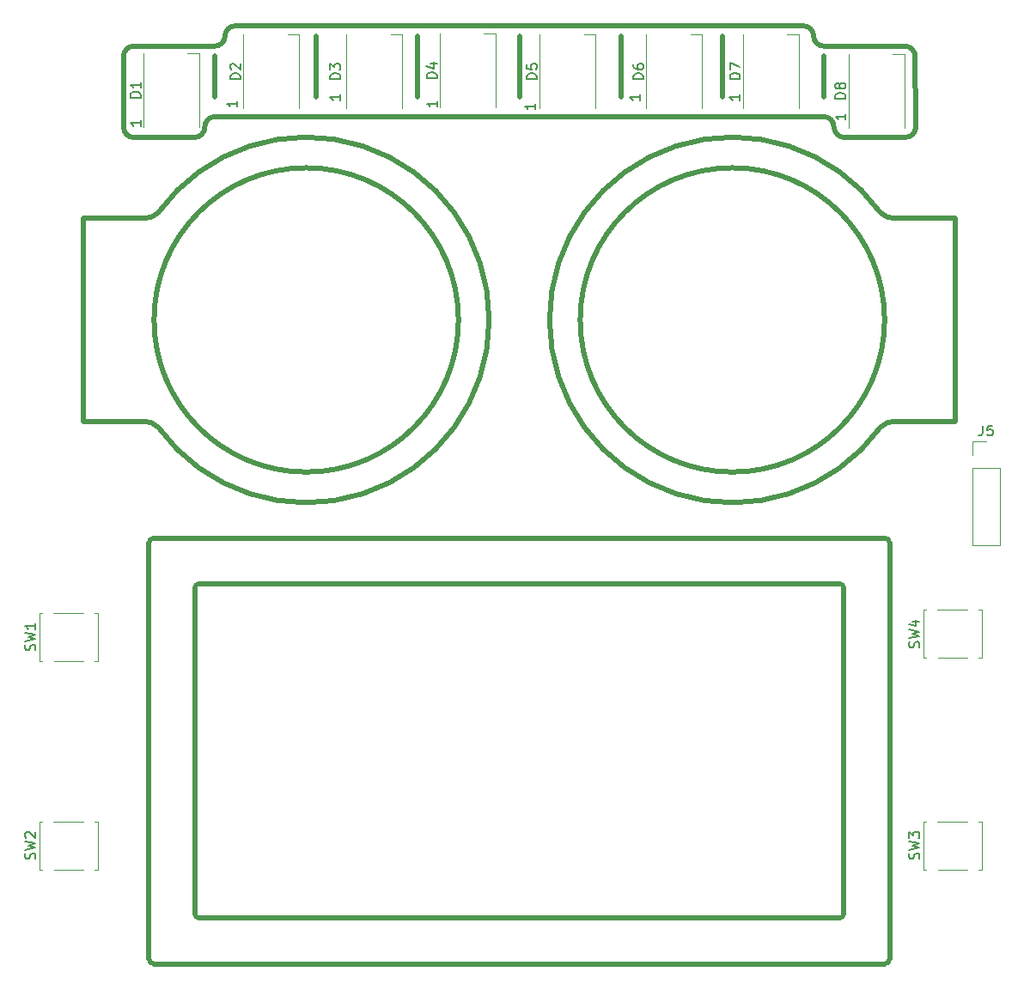
<source format=gbr>
%TF.GenerationSoftware,KiCad,Pcbnew,(5.1.5)-3*%
%TF.CreationDate,2020-05-13T22:14:54+03:00*%
%TF.ProjectId,dash-board,64617368-2d62-46f6-9172-642e6b696361,rev?*%
%TF.SameCoordinates,Original*%
%TF.FileFunction,Legend,Top*%
%TF.FilePolarity,Positive*%
%FSLAX46Y46*%
G04 Gerber Fmt 4.6, Leading zero omitted, Abs format (unit mm)*
G04 Created by KiCad (PCBNEW (5.1.5)-3) date 2020-05-13 22:14:54*
%MOMM*%
%LPD*%
G04 APERTURE LIST*
%ADD10C,0.500000*%
%ADD11C,0.120000*%
%ADD12C,0.150000*%
%ADD13O,1.802000X1.802000*%
%ADD14R,1.802000X1.802000*%
%ADD15R,1.102000X1.602000*%
%ADD16O,2.352000X4.602000*%
%ADD17O,4.102000X2.102000*%
%ADD18O,2.102000X4.102000*%
%ADD19R,1.102000X3.302000*%
G04 APERTURE END LIST*
D10*
X94000000Y-81000000D02*
G75*
G03X94000000Y-81000000I-15000000J0D01*
G01*
X64406585Y-70424736D02*
G75*
G02X64414215Y-91585785I14593415J-10575264D01*
G01*
X132019040Y-63007240D02*
X138115040Y-63007240D01*
X139065000Y-61023500D02*
X139065000Y-62166500D01*
X132030000Y-63000000D02*
G75*
G02X131030000Y-62000000I0J1000000D01*
G01*
X130000000Y-55000000D02*
X130000000Y-59000000D01*
X120000000Y-59000000D02*
X120000000Y-53000000D01*
X110000000Y-59000000D02*
X110000000Y-53000000D01*
X100000000Y-59000000D02*
X100000000Y-53000000D01*
X90000000Y-59000000D02*
X90000000Y-53000000D01*
X80000000Y-59000000D02*
X80000000Y-53000000D01*
X70000000Y-55000000D02*
X70000000Y-59000000D01*
X70000000Y-60960000D02*
X130000000Y-60960000D01*
X69000000Y-61960000D02*
G75*
G02X70000000Y-60960000I1000000J0D01*
G01*
X67998860Y-63004700D02*
X61998860Y-63004700D01*
X69000000Y-62000000D02*
G75*
G02X68000000Y-63000000I-1000000J0D01*
G01*
X62000000Y-63000000D02*
G75*
G02X61000000Y-62000000I0J1000000D01*
G01*
X70000000Y-54000000D02*
X62000000Y-54000000D01*
X61000000Y-55000000D02*
G75*
G02X62000000Y-54000000I1000000J0D01*
G01*
X61000000Y-62000000D02*
X61000000Y-55000000D01*
X71000000Y-53000000D02*
G75*
G02X70000000Y-54000000I-1000000J0D01*
G01*
X71000000Y-53000000D02*
G75*
G02X72000000Y-52000000I1000000J0D01*
G01*
X128000000Y-52000000D02*
X72000000Y-52000000D01*
X130000000Y-54000000D02*
X138000000Y-54000000D01*
X138000000Y-54000000D02*
G75*
G02X139000000Y-55000000I0J-1000000D01*
G01*
X130000000Y-54000000D02*
G75*
G02X129000000Y-53000000I0J1000000D01*
G01*
X128000000Y-52000000D02*
G75*
G02X129000000Y-53000000I0J-1000000D01*
G01*
X130000000Y-60960000D02*
G75*
G02X131000000Y-61960000I0J-1000000D01*
G01*
X139065000Y-61992000D02*
G75*
G02X138065000Y-62992000I-1000000J0D01*
G01*
X139065000Y-61595000D02*
X139000000Y-54746000D01*
X68000000Y-107500000D02*
G75*
G02X68500000Y-107000000I500000J0D01*
G01*
X68500000Y-140000000D02*
G75*
G02X68000000Y-139500000I0J500000D01*
G01*
X132000000Y-139500000D02*
G75*
G02X131500000Y-140000000I-500000J0D01*
G01*
X131500000Y-107000000D02*
G75*
G02X132000000Y-107500000I0J-500000D01*
G01*
X132000000Y-139500000D02*
X132000000Y-107500000D01*
X131500000Y-140000000D02*
X68500000Y-140000000D01*
X68000000Y-107500000D02*
X68000000Y-139500000D01*
X68500000Y-107000000D02*
X131500000Y-107000000D01*
X136000000Y-81000000D02*
G75*
G03X136000000Y-81000000I-15000000J0D01*
G01*
X143000000Y-91000000D02*
X137000000Y-91000000D01*
X143000000Y-71000000D02*
X137000000Y-71000000D01*
X135593415Y-91575264D02*
G75*
G02X135585785Y-70414215I-14593415J10575264D01*
G01*
X135585786Y-70414214D02*
G75*
G03X137000000Y-71000000I1414214J1414214D01*
G01*
X143000000Y-71000000D02*
X143000000Y-91000000D01*
X135585786Y-91585786D02*
G75*
G02X137000000Y-91000000I1414214J-1414214D01*
G01*
X64414214Y-70414214D02*
G75*
G02X63000000Y-71000000I-1414214J1414214D01*
G01*
X64414214Y-91585786D02*
G75*
G03X63000000Y-91000000I-1414214J-1414214D01*
G01*
X57000000Y-71000000D02*
X63000000Y-71000000D01*
X57000000Y-91000000D02*
X57000000Y-71000000D01*
X57000000Y-91000000D02*
X63000000Y-91000000D01*
X64000000Y-144500000D02*
G75*
G02X63500000Y-144000000I0J500000D01*
G01*
X136000000Y-102500000D02*
G75*
G02X136500000Y-103000000I0J-500000D01*
G01*
X136000000Y-144500000D02*
X64000000Y-144500000D01*
X136500000Y-144000000D02*
X136500000Y-103000000D01*
X136500000Y-144000000D02*
G75*
G02X136000000Y-144500000I-500000J0D01*
G01*
X63500000Y-103000000D02*
G75*
G02X64000000Y-102500000I500000J0D01*
G01*
X64000000Y-102500000D02*
X136000000Y-102500000D01*
X63500000Y-103000000D02*
X63500000Y-144000000D01*
D11*
X144670000Y-92970000D02*
X146000000Y-92970000D01*
X144670000Y-94300000D02*
X144670000Y-92970000D01*
X144670000Y-95570000D02*
X147330000Y-95570000D01*
X147330000Y-95570000D02*
X147330000Y-103250000D01*
X144670000Y-95570000D02*
X144670000Y-103250000D01*
X144670000Y-103250000D02*
X147330000Y-103250000D01*
X107525000Y-52865000D02*
X106375000Y-52865000D01*
X107525000Y-60165000D02*
X107525000Y-52865000D01*
X102025000Y-60165000D02*
X102025000Y-52865000D01*
X144246000Y-114340000D02*
X141296000Y-114340000D01*
X145586000Y-109600000D02*
X145186000Y-109600000D01*
X145586000Y-114340000D02*
X145586000Y-109600000D01*
X145586000Y-114340000D02*
X145186000Y-114340000D01*
X144246000Y-109600000D02*
X141186000Y-109610000D01*
X139846000Y-114340000D02*
X139846000Y-109600000D01*
X139846000Y-109600000D02*
X140246000Y-109600000D01*
X139846000Y-114340000D02*
X140246000Y-114340000D01*
X144246000Y-135190000D02*
X141296000Y-135190000D01*
X145586000Y-130450000D02*
X145186000Y-130450000D01*
X145586000Y-135190000D02*
X145586000Y-130450000D01*
X145586000Y-135190000D02*
X145186000Y-135190000D01*
X144246000Y-130450000D02*
X141186000Y-130460000D01*
X139846000Y-135190000D02*
X139846000Y-130450000D01*
X139846000Y-130450000D02*
X140246000Y-130450000D01*
X139846000Y-135190000D02*
X140246000Y-135190000D01*
X57124000Y-135190000D02*
X54174000Y-135190000D01*
X58464000Y-130450000D02*
X58064000Y-130450000D01*
X58464000Y-135190000D02*
X58464000Y-130450000D01*
X58464000Y-135190000D02*
X58064000Y-135190000D01*
X57124000Y-130450000D02*
X54064000Y-130460000D01*
X52724000Y-135190000D02*
X52724000Y-130450000D01*
X52724000Y-130450000D02*
X53124000Y-130450000D01*
X52724000Y-135190000D02*
X53124000Y-135190000D01*
X57124000Y-114616000D02*
X54174000Y-114616000D01*
X58464000Y-109876000D02*
X58064000Y-109876000D01*
X58464000Y-114616000D02*
X58464000Y-109876000D01*
X58464000Y-114616000D02*
X58064000Y-114616000D01*
X57124000Y-109876000D02*
X54064000Y-109886000D01*
X52724000Y-114616000D02*
X52724000Y-109876000D01*
X52724000Y-109876000D02*
X53124000Y-109876000D01*
X52724000Y-114616000D02*
X53124000Y-114616000D01*
X68460000Y-54680000D02*
X67310000Y-54680000D01*
X68460000Y-61980000D02*
X68460000Y-54680000D01*
X62960000Y-61980000D02*
X62960000Y-54680000D01*
X78315000Y-52865000D02*
X77165000Y-52865000D01*
X78315000Y-60165000D02*
X78315000Y-52865000D01*
X72815000Y-60165000D02*
X72815000Y-52865000D01*
X88475000Y-52865000D02*
X87325000Y-52865000D01*
X88475000Y-60165000D02*
X88475000Y-52865000D01*
X82975000Y-60165000D02*
X82975000Y-52865000D01*
X97670000Y-52775000D02*
X96520000Y-52775000D01*
X97670000Y-60075000D02*
X97670000Y-52775000D01*
X92170000Y-60075000D02*
X92170000Y-52775000D01*
X118015000Y-52865000D02*
X116865000Y-52865000D01*
X118015000Y-60165000D02*
X118015000Y-52865000D01*
X112515000Y-60165000D02*
X112515000Y-52865000D01*
X127554000Y-52852500D02*
X126404000Y-52852500D01*
X127554000Y-60152500D02*
X127554000Y-52852500D01*
X122054000Y-60152500D02*
X122054000Y-52852500D01*
X137934080Y-54778720D02*
X136784080Y-54778720D01*
X137934080Y-62078720D02*
X137934080Y-54778720D01*
X132434080Y-62078720D02*
X132434080Y-54778720D01*
D12*
X145666666Y-91422380D02*
X145666666Y-92136666D01*
X145619047Y-92279523D01*
X145523809Y-92374761D01*
X145380952Y-92422380D01*
X145285714Y-92422380D01*
X146619047Y-91422380D02*
X146142857Y-91422380D01*
X146095238Y-91898571D01*
X146142857Y-91850952D01*
X146238095Y-91803333D01*
X146476190Y-91803333D01*
X146571428Y-91850952D01*
X146619047Y-91898571D01*
X146666666Y-91993809D01*
X146666666Y-92231904D01*
X146619047Y-92327142D01*
X146571428Y-92374761D01*
X146476190Y-92422380D01*
X146238095Y-92422380D01*
X146142857Y-92374761D01*
X146095238Y-92327142D01*
X101727380Y-57253095D02*
X100727380Y-57253095D01*
X100727380Y-57015000D01*
X100775000Y-56872142D01*
X100870238Y-56776904D01*
X100965476Y-56729285D01*
X101155952Y-56681666D01*
X101298809Y-56681666D01*
X101489285Y-56729285D01*
X101584523Y-56776904D01*
X101679761Y-56872142D01*
X101727380Y-57015000D01*
X101727380Y-57253095D01*
X100727380Y-55776904D02*
X100727380Y-56253095D01*
X101203571Y-56300714D01*
X101155952Y-56253095D01*
X101108333Y-56157857D01*
X101108333Y-55919761D01*
X101155952Y-55824523D01*
X101203571Y-55776904D01*
X101298809Y-55729285D01*
X101536904Y-55729285D01*
X101632142Y-55776904D01*
X101679761Y-55824523D01*
X101727380Y-55919761D01*
X101727380Y-56157857D01*
X101679761Y-56253095D01*
X101632142Y-56300714D01*
X101544380Y-59658285D02*
X101544380Y-60229714D01*
X101544380Y-59944000D02*
X100544380Y-59944000D01*
X100687238Y-60039238D01*
X100782476Y-60134476D01*
X100830095Y-60229714D01*
X139370761Y-113303333D02*
X139418380Y-113160476D01*
X139418380Y-112922380D01*
X139370761Y-112827142D01*
X139323142Y-112779523D01*
X139227904Y-112731904D01*
X139132666Y-112731904D01*
X139037428Y-112779523D01*
X138989809Y-112827142D01*
X138942190Y-112922380D01*
X138894571Y-113112857D01*
X138846952Y-113208095D01*
X138799333Y-113255714D01*
X138704095Y-113303333D01*
X138608857Y-113303333D01*
X138513619Y-113255714D01*
X138466000Y-113208095D01*
X138418380Y-113112857D01*
X138418380Y-112874761D01*
X138466000Y-112731904D01*
X138418380Y-112398571D02*
X139418380Y-112160476D01*
X138704095Y-111970000D01*
X139418380Y-111779523D01*
X138418380Y-111541428D01*
X138751714Y-110731904D02*
X139418380Y-110731904D01*
X138370761Y-110970000D02*
X139085047Y-111208095D01*
X139085047Y-110589047D01*
X139370761Y-134153333D02*
X139418380Y-134010476D01*
X139418380Y-133772380D01*
X139370761Y-133677142D01*
X139323142Y-133629523D01*
X139227904Y-133581904D01*
X139132666Y-133581904D01*
X139037428Y-133629523D01*
X138989809Y-133677142D01*
X138942190Y-133772380D01*
X138894571Y-133962857D01*
X138846952Y-134058095D01*
X138799333Y-134105714D01*
X138704095Y-134153333D01*
X138608857Y-134153333D01*
X138513619Y-134105714D01*
X138466000Y-134058095D01*
X138418380Y-133962857D01*
X138418380Y-133724761D01*
X138466000Y-133581904D01*
X138418380Y-133248571D02*
X139418380Y-133010476D01*
X138704095Y-132820000D01*
X139418380Y-132629523D01*
X138418380Y-132391428D01*
X138418380Y-132105714D02*
X138418380Y-131486666D01*
X138799333Y-131820000D01*
X138799333Y-131677142D01*
X138846952Y-131581904D01*
X138894571Y-131534285D01*
X138989809Y-131486666D01*
X139227904Y-131486666D01*
X139323142Y-131534285D01*
X139370761Y-131581904D01*
X139418380Y-131677142D01*
X139418380Y-131962857D01*
X139370761Y-132058095D01*
X139323142Y-132105714D01*
X52248761Y-134153333D02*
X52296380Y-134010476D01*
X52296380Y-133772380D01*
X52248761Y-133677142D01*
X52201142Y-133629523D01*
X52105904Y-133581904D01*
X52010666Y-133581904D01*
X51915428Y-133629523D01*
X51867809Y-133677142D01*
X51820190Y-133772380D01*
X51772571Y-133962857D01*
X51724952Y-134058095D01*
X51677333Y-134105714D01*
X51582095Y-134153333D01*
X51486857Y-134153333D01*
X51391619Y-134105714D01*
X51344000Y-134058095D01*
X51296380Y-133962857D01*
X51296380Y-133724761D01*
X51344000Y-133581904D01*
X51296380Y-133248571D02*
X52296380Y-133010476D01*
X51582095Y-132820000D01*
X52296380Y-132629523D01*
X51296380Y-132391428D01*
X51391619Y-132058095D02*
X51344000Y-132010476D01*
X51296380Y-131915238D01*
X51296380Y-131677142D01*
X51344000Y-131581904D01*
X51391619Y-131534285D01*
X51486857Y-131486666D01*
X51582095Y-131486666D01*
X51724952Y-131534285D01*
X52296380Y-132105714D01*
X52296380Y-131486666D01*
X52248761Y-113579333D02*
X52296380Y-113436476D01*
X52296380Y-113198380D01*
X52248761Y-113103142D01*
X52201142Y-113055523D01*
X52105904Y-113007904D01*
X52010666Y-113007904D01*
X51915428Y-113055523D01*
X51867809Y-113103142D01*
X51820190Y-113198380D01*
X51772571Y-113388857D01*
X51724952Y-113484095D01*
X51677333Y-113531714D01*
X51582095Y-113579333D01*
X51486857Y-113579333D01*
X51391619Y-113531714D01*
X51344000Y-113484095D01*
X51296380Y-113388857D01*
X51296380Y-113150761D01*
X51344000Y-113007904D01*
X51296380Y-112674571D02*
X52296380Y-112436476D01*
X51582095Y-112246000D01*
X52296380Y-112055523D01*
X51296380Y-111817428D01*
X52296380Y-110912666D02*
X52296380Y-111484095D01*
X52296380Y-111198380D02*
X51296380Y-111198380D01*
X51439238Y-111293619D01*
X51534476Y-111388857D01*
X51582095Y-111484095D01*
X62662380Y-59068095D02*
X61662380Y-59068095D01*
X61662380Y-58830000D01*
X61710000Y-58687142D01*
X61805238Y-58591904D01*
X61900476Y-58544285D01*
X62090952Y-58496666D01*
X62233809Y-58496666D01*
X62424285Y-58544285D01*
X62519523Y-58591904D01*
X62614761Y-58687142D01*
X62662380Y-58830000D01*
X62662380Y-59068095D01*
X62662380Y-57544285D02*
X62662380Y-58115714D01*
X62662380Y-57830000D02*
X61662380Y-57830000D01*
X61805238Y-57925238D01*
X61900476Y-58020476D01*
X61948095Y-58115714D01*
X62682380Y-61309285D02*
X62682380Y-61880714D01*
X62682380Y-61595000D02*
X61682380Y-61595000D01*
X61825238Y-61690238D01*
X61920476Y-61785476D01*
X61968095Y-61880714D01*
X72517380Y-57253095D02*
X71517380Y-57253095D01*
X71517380Y-57015000D01*
X71565000Y-56872142D01*
X71660238Y-56776904D01*
X71755476Y-56729285D01*
X71945952Y-56681666D01*
X72088809Y-56681666D01*
X72279285Y-56729285D01*
X72374523Y-56776904D01*
X72469761Y-56872142D01*
X72517380Y-57015000D01*
X72517380Y-57253095D01*
X71612619Y-56300714D02*
X71565000Y-56253095D01*
X71517380Y-56157857D01*
X71517380Y-55919761D01*
X71565000Y-55824523D01*
X71612619Y-55776904D01*
X71707857Y-55729285D01*
X71803095Y-55729285D01*
X71945952Y-55776904D01*
X72517380Y-56348333D01*
X72517380Y-55729285D01*
X72207380Y-59404285D02*
X72207380Y-59975714D01*
X72207380Y-59690000D02*
X71207380Y-59690000D01*
X71350238Y-59785238D01*
X71445476Y-59880476D01*
X71493095Y-59975714D01*
X82367380Y-57253095D02*
X81367380Y-57253095D01*
X81367380Y-57015000D01*
X81415000Y-56872142D01*
X81510238Y-56776904D01*
X81605476Y-56729285D01*
X81795952Y-56681666D01*
X81938809Y-56681666D01*
X82129285Y-56729285D01*
X82224523Y-56776904D01*
X82319761Y-56872142D01*
X82367380Y-57015000D01*
X82367380Y-57253095D01*
X81367380Y-56348333D02*
X81367380Y-55729285D01*
X81748333Y-56062619D01*
X81748333Y-55919761D01*
X81795952Y-55824523D01*
X81843571Y-55776904D01*
X81938809Y-55729285D01*
X82176904Y-55729285D01*
X82272142Y-55776904D01*
X82319761Y-55824523D01*
X82367380Y-55919761D01*
X82367380Y-56205476D01*
X82319761Y-56300714D01*
X82272142Y-56348333D01*
X82367380Y-58769285D02*
X82367380Y-59340714D01*
X82367380Y-59055000D02*
X81367380Y-59055000D01*
X81510238Y-59150238D01*
X81605476Y-59245476D01*
X81653095Y-59340714D01*
X91872380Y-57163095D02*
X90872380Y-57163095D01*
X90872380Y-56925000D01*
X90920000Y-56782142D01*
X91015238Y-56686904D01*
X91110476Y-56639285D01*
X91300952Y-56591666D01*
X91443809Y-56591666D01*
X91634285Y-56639285D01*
X91729523Y-56686904D01*
X91824761Y-56782142D01*
X91872380Y-56925000D01*
X91872380Y-57163095D01*
X91205714Y-55734523D02*
X91872380Y-55734523D01*
X90824761Y-55972619D02*
X91539047Y-56210714D01*
X91539047Y-55591666D01*
X91892380Y-59404285D02*
X91892380Y-59975714D01*
X91892380Y-59690000D02*
X90892380Y-59690000D01*
X91035238Y-59785238D01*
X91130476Y-59880476D01*
X91178095Y-59975714D01*
X112217380Y-57253095D02*
X111217380Y-57253095D01*
X111217380Y-57015000D01*
X111265000Y-56872142D01*
X111360238Y-56776904D01*
X111455476Y-56729285D01*
X111645952Y-56681666D01*
X111788809Y-56681666D01*
X111979285Y-56729285D01*
X112074523Y-56776904D01*
X112169761Y-56872142D01*
X112217380Y-57015000D01*
X112217380Y-57253095D01*
X111217380Y-55824523D02*
X111217380Y-56015000D01*
X111265000Y-56110238D01*
X111312619Y-56157857D01*
X111455476Y-56253095D01*
X111645952Y-56300714D01*
X112026904Y-56300714D01*
X112122142Y-56253095D01*
X112169761Y-56205476D01*
X112217380Y-56110238D01*
X112217380Y-55919761D01*
X112169761Y-55824523D01*
X112122142Y-55776904D01*
X112026904Y-55729285D01*
X111788809Y-55729285D01*
X111693571Y-55776904D01*
X111645952Y-55824523D01*
X111598333Y-55919761D01*
X111598333Y-56110238D01*
X111645952Y-56205476D01*
X111693571Y-56253095D01*
X111788809Y-56300714D01*
X111907380Y-58769285D02*
X111907380Y-59340714D01*
X111907380Y-59055000D02*
X110907380Y-59055000D01*
X111050238Y-59150238D01*
X111145476Y-59245476D01*
X111193095Y-59340714D01*
X121756380Y-57240595D02*
X120756380Y-57240595D01*
X120756380Y-57002500D01*
X120804000Y-56859642D01*
X120899238Y-56764404D01*
X120994476Y-56716785D01*
X121184952Y-56669166D01*
X121327809Y-56669166D01*
X121518285Y-56716785D01*
X121613523Y-56764404D01*
X121708761Y-56859642D01*
X121756380Y-57002500D01*
X121756380Y-57240595D01*
X120756380Y-56335833D02*
X120756380Y-55669166D01*
X121756380Y-56097738D01*
X121737380Y-58769285D02*
X121737380Y-59340714D01*
X121737380Y-59055000D02*
X120737380Y-59055000D01*
X120880238Y-59150238D01*
X120975476Y-59245476D01*
X121023095Y-59340714D01*
X132136460Y-59166815D02*
X131136460Y-59166815D01*
X131136460Y-58928720D01*
X131184080Y-58785862D01*
X131279318Y-58690624D01*
X131374556Y-58643005D01*
X131565032Y-58595386D01*
X131707889Y-58595386D01*
X131898365Y-58643005D01*
X131993603Y-58690624D01*
X132088841Y-58785862D01*
X132136460Y-58928720D01*
X132136460Y-59166815D01*
X131565032Y-58023958D02*
X131517413Y-58119196D01*
X131469794Y-58166815D01*
X131374556Y-58214434D01*
X131326937Y-58214434D01*
X131231699Y-58166815D01*
X131184080Y-58119196D01*
X131136460Y-58023958D01*
X131136460Y-57833481D01*
X131184080Y-57738243D01*
X131231699Y-57690624D01*
X131326937Y-57643005D01*
X131374556Y-57643005D01*
X131469794Y-57690624D01*
X131517413Y-57738243D01*
X131565032Y-57833481D01*
X131565032Y-58023958D01*
X131612651Y-58119196D01*
X131660270Y-58166815D01*
X131755508Y-58214434D01*
X131945984Y-58214434D01*
X132041222Y-58166815D01*
X132088841Y-58119196D01*
X132136460Y-58023958D01*
X132136460Y-57833481D01*
X132088841Y-57738243D01*
X132041222Y-57690624D01*
X131945984Y-57643005D01*
X131755508Y-57643005D01*
X131660270Y-57690624D01*
X131612651Y-57738243D01*
X131565032Y-57833481D01*
X132156460Y-60683005D02*
X132156460Y-61254434D01*
X132156460Y-60968720D02*
X131156460Y-60968720D01*
X131299318Y-61063958D01*
X131394556Y-61159196D01*
X131442175Y-61254434D01*
%LPC*%
D13*
X146000000Y-101920000D03*
X146000000Y-99380000D03*
X146000000Y-96840000D03*
D14*
X146000000Y-94300000D03*
D15*
X103175000Y-58965000D03*
X106375000Y-58965000D03*
X103175000Y-54065000D03*
X106375000Y-54065000D03*
D16*
X60498000Y-100330000D03*
D17*
X57298000Y-95630000D03*
D18*
X54298000Y-100330000D03*
D19*
X140716000Y-115570000D03*
X140716000Y-108430000D03*
X144766000Y-108420000D03*
X144716000Y-115570000D03*
X140716000Y-136420000D03*
X140716000Y-129280000D03*
X144766000Y-129270000D03*
X144716000Y-136420000D03*
X53594000Y-136420000D03*
X53594000Y-129280000D03*
X57644000Y-129270000D03*
X57594000Y-136420000D03*
X53594000Y-115846000D03*
X53594000Y-108706000D03*
X57644000Y-108696000D03*
X57594000Y-115846000D03*
D15*
X64110000Y-60780000D03*
X67310000Y-60780000D03*
X64110000Y-55880000D03*
X67310000Y-55880000D03*
X73965000Y-58965000D03*
X77165000Y-58965000D03*
X73965000Y-54065000D03*
X77165000Y-54065000D03*
X84125000Y-58965000D03*
X87325000Y-58965000D03*
X84125000Y-54065000D03*
X87325000Y-54065000D03*
X93320000Y-58875000D03*
X96520000Y-58875000D03*
X93320000Y-53975000D03*
X96520000Y-53975000D03*
X113665000Y-58965000D03*
X116865000Y-58965000D03*
X113665000Y-54065000D03*
X116865000Y-54065000D03*
X123204000Y-58952500D03*
X126404000Y-58952500D03*
X123204000Y-54052500D03*
X126404000Y-54052500D03*
X133584080Y-60878720D03*
X136784080Y-60878720D03*
X133584080Y-55978720D03*
X136784080Y-55978720D03*
M02*

</source>
